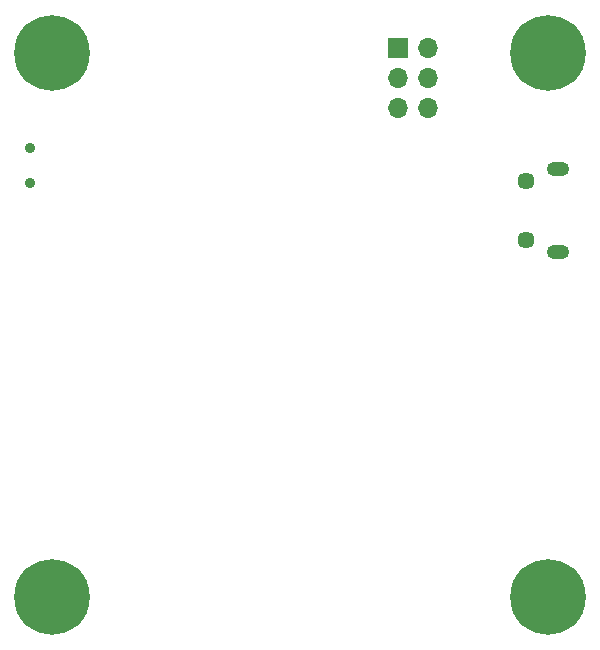
<source format=gbr>
%TF.GenerationSoftware,KiCad,Pcbnew,(5.1.9)-1*%
%TF.CreationDate,2021-09-16T13:16:14+03:00*%
%TF.ProjectId,STM32-V1,53544d33-322d-4563-912e-6b696361645f,rev?*%
%TF.SameCoordinates,Original*%
%TF.FileFunction,Soldermask,Bot*%
%TF.FilePolarity,Negative*%
%FSLAX46Y46*%
G04 Gerber Fmt 4.6, Leading zero omitted, Abs format (unit mm)*
G04 Created by KiCad (PCBNEW (5.1.9)-1) date 2021-09-16 13:16:14*
%MOMM*%
%LPD*%
G01*
G04 APERTURE LIST*
%ADD10C,0.800000*%
%ADD11C,6.400000*%
%ADD12C,1.450000*%
%ADD13O,1.900000X1.200000*%
%ADD14R,1.700000X1.700000*%
%ADD15O,1.700000X1.700000*%
%ADD16C,0.900000*%
G04 APERTURE END LIST*
D10*
%TO.C,H4*%
X89697056Y-92802944D03*
X88000000Y-92100000D03*
X86302944Y-92802944D03*
X85600000Y-94500000D03*
X86302944Y-96197056D03*
X88000000Y-96900000D03*
X89697056Y-96197056D03*
X90400000Y-94500000D03*
D11*
X88000000Y-94500000D03*
%TD*%
D10*
%TO.C,H3*%
X89697056Y-138802944D03*
X88000000Y-138100000D03*
X86302944Y-138802944D03*
X85600000Y-140500000D03*
X86302944Y-142197056D03*
X88000000Y-142900000D03*
X89697056Y-142197056D03*
X90400000Y-140500000D03*
D11*
X88000000Y-140500000D03*
%TD*%
D10*
%TO.C,H2*%
X131697056Y-138802944D03*
X130000000Y-138100000D03*
X128302944Y-138802944D03*
X127600000Y-140500000D03*
X128302944Y-142197056D03*
X130000000Y-142900000D03*
X131697056Y-142197056D03*
X132400000Y-140500000D03*
D11*
X130000000Y-140500000D03*
%TD*%
D10*
%TO.C,H1*%
X131697056Y-92802944D03*
X130000000Y-92100000D03*
X128302944Y-92802944D03*
X127600000Y-94500000D03*
X128302944Y-96197056D03*
X130000000Y-96900000D03*
X131697056Y-96197056D03*
X132400000Y-94500000D03*
D11*
X130000000Y-94500000D03*
%TD*%
D12*
%TO.C,J1*%
X128112500Y-110325000D03*
X128112500Y-105325000D03*
D13*
X130812500Y-111325000D03*
X130812500Y-104325000D03*
%TD*%
D14*
%TO.C,J2*%
X117250000Y-94000000D03*
D15*
X119790000Y-94000000D03*
X117250000Y-96540000D03*
X119790000Y-96540000D03*
X117250000Y-99080000D03*
X119790000Y-99080000D03*
%TD*%
D16*
%TO.C,SW1*%
X86170000Y-102500000D03*
X86170000Y-105500000D03*
%TD*%
M02*

</source>
